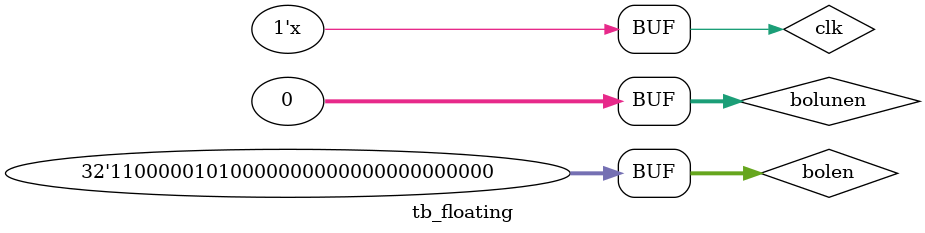
<source format=v>
`timescale 1ns / 1ps

module tb_floating;

  reg clk=0;
  reg [31:0] bolunen;
  reg [31:0] bolen;
  wire [31:0] sonuc;

  floating uut (
    .clk(clk),
    .bolunen(bolunen),
    .bolen(bolen),
    .sonuc(sonuc)
    );

   always begin
    #10 clk = ~clk; 
   end

    initial begin
    bolunen = 32'b1_10000011_01000000000000000000000; 
    bolen   = 32'b0_10000001_01000000000000000000000;
    #4000;

    bolunen = 32'b0_10000011_00001010101010101010101; //16.6
    bolen   = 32'b0_10000000_10000000000000000000000; //3
    #4000;

    bolunen = 32'b0_10001000_00101000000000000000000; //592
    bolen   = 32'b0_01111100_10011001100110011001101; //0.2
    #4000;

    bolunen = 32'b1_10000011_10010000000000000000000; //-25
    bolen   = 32'b1_10000000_10000000000000000000000; //-3
    #4000;

    bolunen = 32'b0_00000000_00000000000000000000000; //0
    bolen   = 32'b1_10000010_10000000000000000000000; //-12
    #4000;

    end
endmodule
</source>
